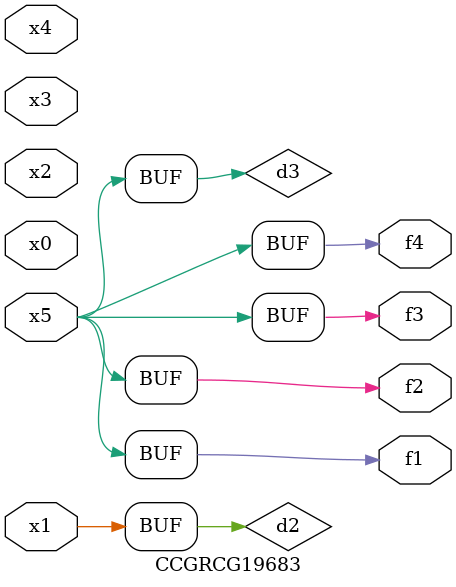
<source format=v>
module CCGRCG19683(
	input x0, x1, x2, x3, x4, x5,
	output f1, f2, f3, f4
);

	wire d1, d2, d3;

	not (d1, x5);
	or (d2, x1);
	xnor (d3, d1);
	assign f1 = d3;
	assign f2 = d3;
	assign f3 = d3;
	assign f4 = d3;
endmodule

</source>
